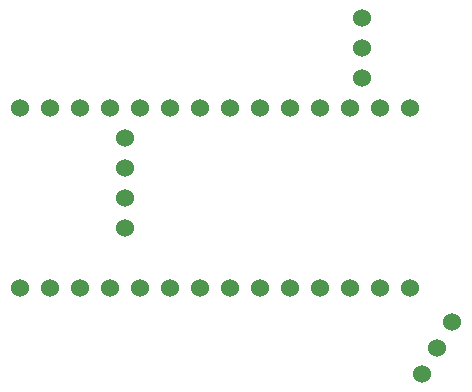
<source format=gbr>
G04 #@! TF.FileFunction,Copper,L2,Bot,Signal*
%FSLAX46Y46*%
G04 Gerber Fmt 4.6, Leading zero omitted, Abs format (unit mm)*
G04 Created by KiCad (PCBNEW 4.0.4+e1-6308~48~ubuntu16.04.1-stable) date Sun Dec  4 20:09:00 2016*
%MOMM*%
%LPD*%
G01*
G04 APERTURE LIST*
%ADD10C,0.100000*%
%ADD11C,1.524000*%
G04 APERTURE END LIST*
D10*
D11*
X28956000Y-33909000D03*
X28956000Y-36449000D03*
X28956000Y-38989000D03*
X28956000Y-41529000D03*
X53086000Y-31369000D03*
X50546000Y-31369000D03*
X48006000Y-31369000D03*
X45466000Y-31369000D03*
X42926000Y-31369000D03*
X40386000Y-31369000D03*
X37846000Y-31369000D03*
X35306000Y-31369000D03*
X32766000Y-31369000D03*
X30226000Y-31369000D03*
X27686000Y-31369000D03*
X25146000Y-31369000D03*
X22606000Y-31369000D03*
X20066000Y-31369000D03*
X20066000Y-46609000D03*
X22606000Y-46609000D03*
X25146000Y-46609000D03*
X27686000Y-46609000D03*
X30226000Y-46609000D03*
X32766000Y-46609000D03*
X35306000Y-46609000D03*
X37846000Y-46609000D03*
X40386000Y-46609000D03*
X42926000Y-46609000D03*
X45466000Y-46609000D03*
X48006000Y-46609000D03*
X50546000Y-46609000D03*
X53086000Y-46609000D03*
X49022000Y-23749000D03*
X49022000Y-26289000D03*
X49022000Y-28829000D03*
X56601295Y-49489295D03*
X55331295Y-51689000D03*
X54061295Y-53888705D03*
M02*

</source>
